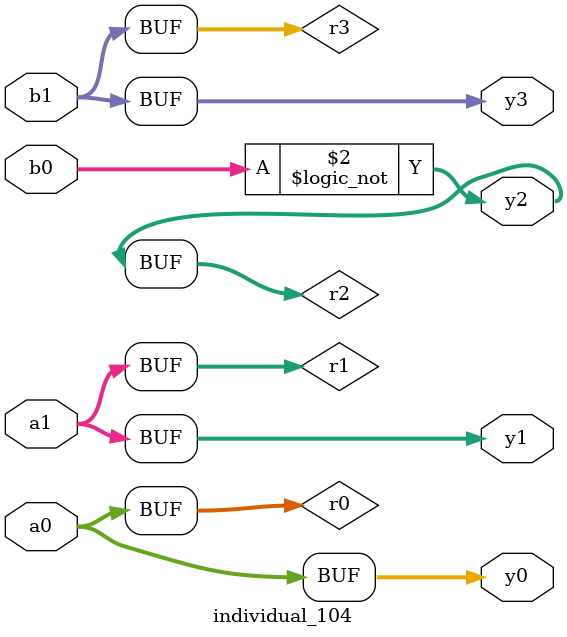
<source format=sv>
module individual_104(input logic [15:0] a1, input logic [15:0] a0, input logic [15:0] b1, input logic [15:0] b0, output logic [15:0] y3, output logic [15:0] y2, output logic [15:0] y1, output logic [15:0] y0);
logic [15:0] r0, r1, r2, r3; 
 always@(*) begin 
	 r0 = a0; r1 = a1; r2 = b0; r3 = b1; 
 	 r2 = ! b0 ;
 	 y3 = r3; y2 = r2; y1 = r1; y0 = r0; 
end
endmodule
</source>
